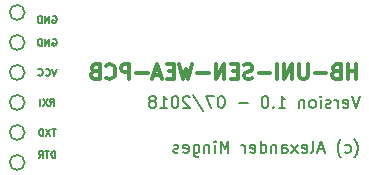
<source format=gbr>
%TF.GenerationSoftware,KiCad,Pcbnew,5.0.0*%
%TF.CreationDate,2018-08-08T13:22:06+02:00*%
%TF.ProjectId,HB-UNI-Sen-WEA,48422D554E492D53656E2D5745412E6B,1.0*%
%TF.SameCoordinates,Original*%
%TF.FileFunction,Legend,Bot*%
%TF.FilePolarity,Positive*%
%FSLAX46Y46*%
G04 Gerber Fmt 4.6, Leading zero omitted, Abs format (unit mm)*
G04 Created by KiCad (PCBNEW 5.0.0) date Wed Aug  8 13:22:06 2018*
%MOMM*%
%LPD*%
G01*
G04 APERTURE LIST*
%ADD10C,0.200000*%
%ADD11C,0.300000*%
%ADD12C,0.150000*%
G04 APERTURE END LIST*
D10*
X150476190Y-101163333D02*
X150523809Y-101115714D01*
X150619047Y-100972857D01*
X150666666Y-100877619D01*
X150714285Y-100734761D01*
X150761904Y-100496666D01*
X150761904Y-100306190D01*
X150714285Y-100068095D01*
X150666666Y-99925238D01*
X150619047Y-99830000D01*
X150523809Y-99687142D01*
X150476190Y-99639523D01*
X149666666Y-100734761D02*
X149761904Y-100782380D01*
X149952380Y-100782380D01*
X150047619Y-100734761D01*
X150095238Y-100687142D01*
X150142857Y-100591904D01*
X150142857Y-100306190D01*
X150095238Y-100210952D01*
X150047619Y-100163333D01*
X149952380Y-100115714D01*
X149761904Y-100115714D01*
X149666666Y-100163333D01*
X149333333Y-101163333D02*
X149285714Y-101115714D01*
X149190476Y-100972857D01*
X149142857Y-100877619D01*
X149095238Y-100734761D01*
X149047619Y-100496666D01*
X149047619Y-100306190D01*
X149095238Y-100068095D01*
X149142857Y-99925238D01*
X149190476Y-99830000D01*
X149285714Y-99687142D01*
X149333333Y-99639523D01*
X147857142Y-100496666D02*
X147380952Y-100496666D01*
X147952380Y-100782380D02*
X147619047Y-99782380D01*
X147285714Y-100782380D01*
X146809523Y-100782380D02*
X146904761Y-100734761D01*
X146952380Y-100639523D01*
X146952380Y-99782380D01*
X146047619Y-100734761D02*
X146142857Y-100782380D01*
X146333333Y-100782380D01*
X146428571Y-100734761D01*
X146476190Y-100639523D01*
X146476190Y-100258571D01*
X146428571Y-100163333D01*
X146333333Y-100115714D01*
X146142857Y-100115714D01*
X146047619Y-100163333D01*
X146000000Y-100258571D01*
X146000000Y-100353809D01*
X146476190Y-100449047D01*
X145666666Y-100782380D02*
X145142857Y-100115714D01*
X145666666Y-100115714D02*
X145142857Y-100782380D01*
X144333333Y-100782380D02*
X144333333Y-100258571D01*
X144380952Y-100163333D01*
X144476190Y-100115714D01*
X144666666Y-100115714D01*
X144761904Y-100163333D01*
X144333333Y-100734761D02*
X144428571Y-100782380D01*
X144666666Y-100782380D01*
X144761904Y-100734761D01*
X144809523Y-100639523D01*
X144809523Y-100544285D01*
X144761904Y-100449047D01*
X144666666Y-100401428D01*
X144428571Y-100401428D01*
X144333333Y-100353809D01*
X143857142Y-100115714D02*
X143857142Y-100782380D01*
X143857142Y-100210952D02*
X143809523Y-100163333D01*
X143714285Y-100115714D01*
X143571428Y-100115714D01*
X143476190Y-100163333D01*
X143428571Y-100258571D01*
X143428571Y-100782380D01*
X142523809Y-100782380D02*
X142523809Y-99782380D01*
X142523809Y-100734761D02*
X142619047Y-100782380D01*
X142809523Y-100782380D01*
X142904761Y-100734761D01*
X142952380Y-100687142D01*
X143000000Y-100591904D01*
X143000000Y-100306190D01*
X142952380Y-100210952D01*
X142904761Y-100163333D01*
X142809523Y-100115714D01*
X142619047Y-100115714D01*
X142523809Y-100163333D01*
X141666666Y-100734761D02*
X141761904Y-100782380D01*
X141952380Y-100782380D01*
X142047619Y-100734761D01*
X142095238Y-100639523D01*
X142095238Y-100258571D01*
X142047619Y-100163333D01*
X141952380Y-100115714D01*
X141761904Y-100115714D01*
X141666666Y-100163333D01*
X141619047Y-100258571D01*
X141619047Y-100353809D01*
X142095238Y-100449047D01*
X141190476Y-100782380D02*
X141190476Y-100115714D01*
X141190476Y-100306190D02*
X141142857Y-100210952D01*
X141095238Y-100163333D01*
X141000000Y-100115714D01*
X140904761Y-100115714D01*
X139809523Y-100782380D02*
X139809523Y-99782380D01*
X139476190Y-100496666D01*
X139142857Y-99782380D01*
X139142857Y-100782380D01*
X138666666Y-100782380D02*
X138666666Y-100115714D01*
X138666666Y-99782380D02*
X138714285Y-99830000D01*
X138666666Y-99877619D01*
X138619047Y-99830000D01*
X138666666Y-99782380D01*
X138666666Y-99877619D01*
X138190476Y-100115714D02*
X138190476Y-100782380D01*
X138190476Y-100210952D02*
X138142857Y-100163333D01*
X138047619Y-100115714D01*
X137904761Y-100115714D01*
X137809523Y-100163333D01*
X137761904Y-100258571D01*
X137761904Y-100782380D01*
X136857142Y-100115714D02*
X136857142Y-100925238D01*
X136904761Y-101020476D01*
X136952380Y-101068095D01*
X137047619Y-101115714D01*
X137190476Y-101115714D01*
X137285714Y-101068095D01*
X136857142Y-100734761D02*
X136952380Y-100782380D01*
X137142857Y-100782380D01*
X137238095Y-100734761D01*
X137285714Y-100687142D01*
X137333333Y-100591904D01*
X137333333Y-100306190D01*
X137285714Y-100210952D01*
X137238095Y-100163333D01*
X137142857Y-100115714D01*
X136952380Y-100115714D01*
X136857142Y-100163333D01*
X136000000Y-100734761D02*
X136095238Y-100782380D01*
X136285714Y-100782380D01*
X136380952Y-100734761D01*
X136428571Y-100639523D01*
X136428571Y-100258571D01*
X136380952Y-100163333D01*
X136285714Y-100115714D01*
X136095238Y-100115714D01*
X136000000Y-100163333D01*
X135952380Y-100258571D01*
X135952380Y-100353809D01*
X136428571Y-100449047D01*
X135571428Y-100734761D02*
X135476190Y-100782380D01*
X135285714Y-100782380D01*
X135190476Y-100734761D01*
X135142857Y-100639523D01*
X135142857Y-100591904D01*
X135190476Y-100496666D01*
X135285714Y-100449047D01*
X135428571Y-100449047D01*
X135523809Y-100401428D01*
X135571428Y-100306190D01*
X135571428Y-100258571D01*
X135523809Y-100163333D01*
X135428571Y-100115714D01*
X135285714Y-100115714D01*
X135190476Y-100163333D01*
X150904761Y-95972380D02*
X150571428Y-96972380D01*
X150238095Y-95972380D01*
X149523809Y-96924761D02*
X149619047Y-96972380D01*
X149809523Y-96972380D01*
X149904761Y-96924761D01*
X149952380Y-96829523D01*
X149952380Y-96448571D01*
X149904761Y-96353333D01*
X149809523Y-96305714D01*
X149619047Y-96305714D01*
X149523809Y-96353333D01*
X149476190Y-96448571D01*
X149476190Y-96543809D01*
X149952380Y-96639047D01*
X149047619Y-96972380D02*
X149047619Y-96305714D01*
X149047619Y-96496190D02*
X149000000Y-96400952D01*
X148952380Y-96353333D01*
X148857142Y-96305714D01*
X148761904Y-96305714D01*
X148476190Y-96924761D02*
X148380952Y-96972380D01*
X148190476Y-96972380D01*
X148095238Y-96924761D01*
X148047619Y-96829523D01*
X148047619Y-96781904D01*
X148095238Y-96686666D01*
X148190476Y-96639047D01*
X148333333Y-96639047D01*
X148428571Y-96591428D01*
X148476190Y-96496190D01*
X148476190Y-96448571D01*
X148428571Y-96353333D01*
X148333333Y-96305714D01*
X148190476Y-96305714D01*
X148095238Y-96353333D01*
X147619047Y-96972380D02*
X147619047Y-96305714D01*
X147619047Y-95972380D02*
X147666666Y-96020000D01*
X147619047Y-96067619D01*
X147571428Y-96020000D01*
X147619047Y-95972380D01*
X147619047Y-96067619D01*
X147000000Y-96972380D02*
X147095238Y-96924761D01*
X147142857Y-96877142D01*
X147190476Y-96781904D01*
X147190476Y-96496190D01*
X147142857Y-96400952D01*
X147095238Y-96353333D01*
X147000000Y-96305714D01*
X146857142Y-96305714D01*
X146761904Y-96353333D01*
X146714285Y-96400952D01*
X146666666Y-96496190D01*
X146666666Y-96781904D01*
X146714285Y-96877142D01*
X146761904Y-96924761D01*
X146857142Y-96972380D01*
X147000000Y-96972380D01*
X146238095Y-96305714D02*
X146238095Y-96972380D01*
X146238095Y-96400952D02*
X146190476Y-96353333D01*
X146095238Y-96305714D01*
X145952380Y-96305714D01*
X145857142Y-96353333D01*
X145809523Y-96448571D01*
X145809523Y-96972380D01*
X144047619Y-96972380D02*
X144619047Y-96972380D01*
X144333333Y-96972380D02*
X144333333Y-95972380D01*
X144428571Y-96115238D01*
X144523809Y-96210476D01*
X144619047Y-96258095D01*
X143619047Y-96877142D02*
X143571428Y-96924761D01*
X143619047Y-96972380D01*
X143666666Y-96924761D01*
X143619047Y-96877142D01*
X143619047Y-96972380D01*
X142952380Y-95972380D02*
X142857142Y-95972380D01*
X142761904Y-96020000D01*
X142714285Y-96067619D01*
X142666666Y-96162857D01*
X142619047Y-96353333D01*
X142619047Y-96591428D01*
X142666666Y-96781904D01*
X142714285Y-96877142D01*
X142761904Y-96924761D01*
X142857142Y-96972380D01*
X142952380Y-96972380D01*
X143047619Y-96924761D01*
X143095238Y-96877142D01*
X143142857Y-96781904D01*
X143190476Y-96591428D01*
X143190476Y-96353333D01*
X143142857Y-96162857D01*
X143095238Y-96067619D01*
X143047619Y-96020000D01*
X142952380Y-95972380D01*
X141428571Y-96591428D02*
X140666666Y-96591428D01*
X139238095Y-95972380D02*
X139142857Y-95972380D01*
X139047619Y-96020000D01*
X139000000Y-96067619D01*
X138952380Y-96162857D01*
X138904761Y-96353333D01*
X138904761Y-96591428D01*
X138952380Y-96781904D01*
X139000000Y-96877142D01*
X139047619Y-96924761D01*
X139142857Y-96972380D01*
X139238095Y-96972380D01*
X139333333Y-96924761D01*
X139380952Y-96877142D01*
X139428571Y-96781904D01*
X139476190Y-96591428D01*
X139476190Y-96353333D01*
X139428571Y-96162857D01*
X139380952Y-96067619D01*
X139333333Y-96020000D01*
X139238095Y-95972380D01*
X138571428Y-95972380D02*
X137904761Y-95972380D01*
X138333333Y-96972380D01*
X136809523Y-95924761D02*
X137666666Y-97210476D01*
X136523809Y-96067619D02*
X136476190Y-96020000D01*
X136380952Y-95972380D01*
X136142857Y-95972380D01*
X136047619Y-96020000D01*
X136000000Y-96067619D01*
X135952380Y-96162857D01*
X135952380Y-96258095D01*
X136000000Y-96400952D01*
X136571428Y-96972380D01*
X135952380Y-96972380D01*
X135333333Y-95972380D02*
X135238095Y-95972380D01*
X135142857Y-96020000D01*
X135095238Y-96067619D01*
X135047619Y-96162857D01*
X135000000Y-96353333D01*
X135000000Y-96591428D01*
X135047619Y-96781904D01*
X135095238Y-96877142D01*
X135142857Y-96924761D01*
X135238095Y-96972380D01*
X135333333Y-96972380D01*
X135428571Y-96924761D01*
X135476190Y-96877142D01*
X135523809Y-96781904D01*
X135571428Y-96591428D01*
X135571428Y-96353333D01*
X135523809Y-96162857D01*
X135476190Y-96067619D01*
X135428571Y-96020000D01*
X135333333Y-95972380D01*
X134047619Y-96972380D02*
X134619047Y-96972380D01*
X134333333Y-96972380D02*
X134333333Y-95972380D01*
X134428571Y-96115238D01*
X134523809Y-96210476D01*
X134619047Y-96258095D01*
X133476190Y-96400952D02*
X133571428Y-96353333D01*
X133619047Y-96305714D01*
X133666666Y-96210476D01*
X133666666Y-96162857D01*
X133619047Y-96067619D01*
X133571428Y-96020000D01*
X133476190Y-95972380D01*
X133285714Y-95972380D01*
X133190476Y-96020000D01*
X133142857Y-96067619D01*
X133095238Y-96162857D01*
X133095238Y-96210476D01*
X133142857Y-96305714D01*
X133190476Y-96353333D01*
X133285714Y-96400952D01*
X133476190Y-96400952D01*
X133571428Y-96448571D01*
X133619047Y-96496190D01*
X133666666Y-96591428D01*
X133666666Y-96781904D01*
X133619047Y-96877142D01*
X133571428Y-96924761D01*
X133476190Y-96972380D01*
X133285714Y-96972380D01*
X133190476Y-96924761D01*
X133142857Y-96877142D01*
X133095238Y-96781904D01*
X133095238Y-96591428D01*
X133142857Y-96496190D01*
X133190476Y-96448571D01*
X133285714Y-96400952D01*
D11*
X150637380Y-94545476D02*
X150637380Y-93295476D01*
X150637380Y-93890714D02*
X149923095Y-93890714D01*
X149923095Y-94545476D02*
X149923095Y-93295476D01*
X148911190Y-93890714D02*
X148732619Y-93950238D01*
X148673095Y-94009761D01*
X148613571Y-94128809D01*
X148613571Y-94307380D01*
X148673095Y-94426428D01*
X148732619Y-94485952D01*
X148851666Y-94545476D01*
X149327857Y-94545476D01*
X149327857Y-93295476D01*
X148911190Y-93295476D01*
X148792142Y-93355000D01*
X148732619Y-93414523D01*
X148673095Y-93533571D01*
X148673095Y-93652619D01*
X148732619Y-93771666D01*
X148792142Y-93831190D01*
X148911190Y-93890714D01*
X149327857Y-93890714D01*
X148077857Y-94069285D02*
X147125476Y-94069285D01*
X146530238Y-93295476D02*
X146530238Y-94307380D01*
X146470714Y-94426428D01*
X146411190Y-94485952D01*
X146292142Y-94545476D01*
X146054047Y-94545476D01*
X145935000Y-94485952D01*
X145875476Y-94426428D01*
X145815952Y-94307380D01*
X145815952Y-93295476D01*
X145220714Y-94545476D02*
X145220714Y-93295476D01*
X144506428Y-94545476D01*
X144506428Y-93295476D01*
X143911190Y-94545476D02*
X143911190Y-93295476D01*
X143315952Y-94069285D02*
X142363571Y-94069285D01*
X141827857Y-94485952D02*
X141649285Y-94545476D01*
X141351666Y-94545476D01*
X141232619Y-94485952D01*
X141173095Y-94426428D01*
X141113571Y-94307380D01*
X141113571Y-94188333D01*
X141173095Y-94069285D01*
X141232619Y-94009761D01*
X141351666Y-93950238D01*
X141589761Y-93890714D01*
X141708809Y-93831190D01*
X141768333Y-93771666D01*
X141827857Y-93652619D01*
X141827857Y-93533571D01*
X141768333Y-93414523D01*
X141708809Y-93355000D01*
X141589761Y-93295476D01*
X141292142Y-93295476D01*
X141113571Y-93355000D01*
X140577857Y-93890714D02*
X140161190Y-93890714D01*
X139982619Y-94545476D02*
X140577857Y-94545476D01*
X140577857Y-93295476D01*
X139982619Y-93295476D01*
X139446904Y-94545476D02*
X139446904Y-93295476D01*
X138732619Y-94545476D01*
X138732619Y-93295476D01*
X138137380Y-94069285D02*
X137185000Y-94069285D01*
X136708809Y-93295476D02*
X136411190Y-94545476D01*
X136173095Y-93652619D01*
X135935000Y-94545476D01*
X135637380Y-93295476D01*
X135161190Y-93890714D02*
X134744523Y-93890714D01*
X134565952Y-94545476D02*
X135161190Y-94545476D01*
X135161190Y-93295476D01*
X134565952Y-93295476D01*
X134089761Y-94188333D02*
X133494523Y-94188333D01*
X134208809Y-94545476D02*
X133792142Y-93295476D01*
X133375476Y-94545476D01*
X132958809Y-94069285D02*
X132006428Y-94069285D01*
X131411190Y-94545476D02*
X131411190Y-93295476D01*
X130935000Y-93295476D01*
X130815952Y-93355000D01*
X130756428Y-93414523D01*
X130696904Y-93533571D01*
X130696904Y-93712142D01*
X130756428Y-93831190D01*
X130815952Y-93890714D01*
X130935000Y-93950238D01*
X131411190Y-93950238D01*
X129446904Y-94426428D02*
X129506428Y-94485952D01*
X129685000Y-94545476D01*
X129804047Y-94545476D01*
X129982619Y-94485952D01*
X130101666Y-94366904D01*
X130161190Y-94247857D01*
X130220714Y-94009761D01*
X130220714Y-93831190D01*
X130161190Y-93593095D01*
X130101666Y-93474047D01*
X129982619Y-93355000D01*
X129804047Y-93295476D01*
X129685000Y-93295476D01*
X129506428Y-93355000D01*
X129446904Y-93414523D01*
X128494523Y-93890714D02*
X128315952Y-93950238D01*
X128256428Y-94009761D01*
X128196904Y-94128809D01*
X128196904Y-94307380D01*
X128256428Y-94426428D01*
X128315952Y-94485952D01*
X128435000Y-94545476D01*
X128911190Y-94545476D01*
X128911190Y-93295476D01*
X128494523Y-93295476D01*
X128375476Y-93355000D01*
X128315952Y-93414523D01*
X128256428Y-93533571D01*
X128256428Y-93652619D01*
X128315952Y-93771666D01*
X128375476Y-93831190D01*
X128494523Y-93890714D01*
X128911190Y-93890714D01*
D12*
%TO.C,U1*%
X122555000Y-88900000D02*
G75*
G03X122555000Y-88900000I-635000J0D01*
G01*
X122555000Y-91440000D02*
G75*
G03X122555000Y-91440000I-635000J0D01*
G01*
X122555000Y-93980000D02*
G75*
G03X122555000Y-93980000I-635000J0D01*
G01*
X122555000Y-96520000D02*
G75*
G03X122555000Y-96520000I-635000J0D01*
G01*
X122555000Y-99060000D02*
G75*
G03X122555000Y-99060000I-635000J0D01*
G01*
X122555000Y-101600000D02*
G75*
G03X122555000Y-101600000I-635000J0D01*
G01*
X124917142Y-89235000D02*
X124974285Y-89206428D01*
X125060000Y-89206428D01*
X125145714Y-89235000D01*
X125202857Y-89292142D01*
X125231428Y-89349285D01*
X125260000Y-89463571D01*
X125260000Y-89549285D01*
X125231428Y-89663571D01*
X125202857Y-89720714D01*
X125145714Y-89777857D01*
X125060000Y-89806428D01*
X125002857Y-89806428D01*
X124917142Y-89777857D01*
X124888571Y-89749285D01*
X124888571Y-89549285D01*
X125002857Y-89549285D01*
X124631428Y-89806428D02*
X124631428Y-89206428D01*
X124288571Y-89806428D01*
X124288571Y-89206428D01*
X124002857Y-89806428D02*
X124002857Y-89206428D01*
X123860000Y-89206428D01*
X123774285Y-89235000D01*
X123717142Y-89292142D01*
X123688571Y-89349285D01*
X123660000Y-89463571D01*
X123660000Y-89549285D01*
X123688571Y-89663571D01*
X123717142Y-89720714D01*
X123774285Y-89777857D01*
X123860000Y-89806428D01*
X124002857Y-89806428D01*
X124917142Y-91140000D02*
X124974285Y-91111428D01*
X125060000Y-91111428D01*
X125145714Y-91140000D01*
X125202857Y-91197142D01*
X125231428Y-91254285D01*
X125260000Y-91368571D01*
X125260000Y-91454285D01*
X125231428Y-91568571D01*
X125202857Y-91625714D01*
X125145714Y-91682857D01*
X125060000Y-91711428D01*
X125002857Y-91711428D01*
X124917142Y-91682857D01*
X124888571Y-91654285D01*
X124888571Y-91454285D01*
X125002857Y-91454285D01*
X124631428Y-91711428D02*
X124631428Y-91111428D01*
X124288571Y-91711428D01*
X124288571Y-91111428D01*
X124002857Y-91711428D02*
X124002857Y-91111428D01*
X123860000Y-91111428D01*
X123774285Y-91140000D01*
X123717142Y-91197142D01*
X123688571Y-91254285D01*
X123660000Y-91368571D01*
X123660000Y-91454285D01*
X123688571Y-91568571D01*
X123717142Y-91625714D01*
X123774285Y-91682857D01*
X123860000Y-91711428D01*
X124002857Y-91711428D01*
X125260000Y-93651428D02*
X125060000Y-94251428D01*
X124860000Y-93651428D01*
X124317142Y-94194285D02*
X124345714Y-94222857D01*
X124431428Y-94251428D01*
X124488571Y-94251428D01*
X124574285Y-94222857D01*
X124631428Y-94165714D01*
X124660000Y-94108571D01*
X124688571Y-93994285D01*
X124688571Y-93908571D01*
X124660000Y-93794285D01*
X124631428Y-93737142D01*
X124574285Y-93680000D01*
X124488571Y-93651428D01*
X124431428Y-93651428D01*
X124345714Y-93680000D01*
X124317142Y-93708571D01*
X123717142Y-94194285D02*
X123745714Y-94222857D01*
X123831428Y-94251428D01*
X123888571Y-94251428D01*
X123974285Y-94222857D01*
X124031428Y-94165714D01*
X124060000Y-94108571D01*
X124088571Y-93994285D01*
X124088571Y-93908571D01*
X124060000Y-93794285D01*
X124031428Y-93737142D01*
X123974285Y-93680000D01*
X123888571Y-93651428D01*
X123831428Y-93651428D01*
X123745714Y-93680000D01*
X123717142Y-93708571D01*
X124702857Y-96791428D02*
X124902857Y-96505714D01*
X125045714Y-96791428D02*
X125045714Y-96191428D01*
X124817142Y-96191428D01*
X124760000Y-96220000D01*
X124731428Y-96248571D01*
X124702857Y-96305714D01*
X124702857Y-96391428D01*
X124731428Y-96448571D01*
X124760000Y-96477142D01*
X124817142Y-96505714D01*
X125045714Y-96505714D01*
X124502857Y-96191428D02*
X124102857Y-96791428D01*
X124102857Y-96191428D02*
X124502857Y-96791428D01*
X123874285Y-96791428D02*
X123874285Y-96191428D01*
X125217142Y-98731428D02*
X124874285Y-98731428D01*
X125045714Y-99331428D02*
X125045714Y-98731428D01*
X124731428Y-98731428D02*
X124331428Y-99331428D01*
X124331428Y-98731428D02*
X124731428Y-99331428D01*
X124102857Y-99331428D02*
X124102857Y-98731428D01*
X123960000Y-98731428D01*
X123874285Y-98760000D01*
X123817142Y-98817142D01*
X123788571Y-98874285D01*
X123760000Y-98988571D01*
X123760000Y-99074285D01*
X123788571Y-99188571D01*
X123817142Y-99245714D01*
X123874285Y-99302857D01*
X123960000Y-99331428D01*
X124102857Y-99331428D01*
X125145714Y-101236428D02*
X125145714Y-100636428D01*
X125002857Y-100636428D01*
X124917142Y-100665000D01*
X124860000Y-100722142D01*
X124831428Y-100779285D01*
X124802857Y-100893571D01*
X124802857Y-100979285D01*
X124831428Y-101093571D01*
X124860000Y-101150714D01*
X124917142Y-101207857D01*
X125002857Y-101236428D01*
X125145714Y-101236428D01*
X124631428Y-100636428D02*
X124288571Y-100636428D01*
X124460000Y-101236428D02*
X124460000Y-100636428D01*
X123745714Y-101236428D02*
X123945714Y-100950714D01*
X124088571Y-101236428D02*
X124088571Y-100636428D01*
X123860000Y-100636428D01*
X123802857Y-100665000D01*
X123774285Y-100693571D01*
X123745714Y-100750714D01*
X123745714Y-100836428D01*
X123774285Y-100893571D01*
X123802857Y-100922142D01*
X123860000Y-100950714D01*
X124088571Y-100950714D01*
%TD*%
M02*

</source>
